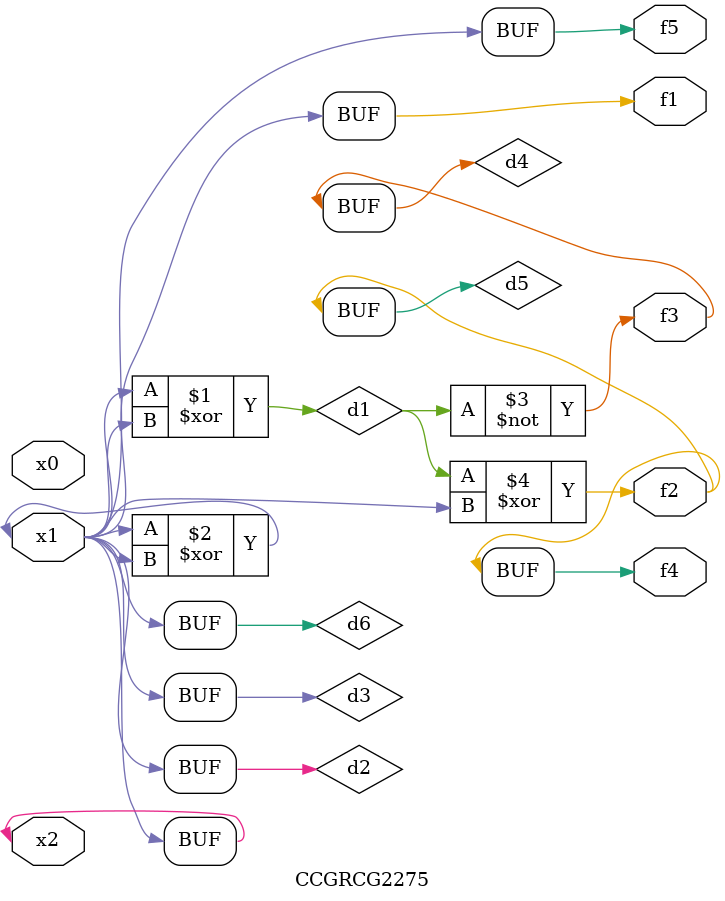
<source format=v>
module CCGRCG2275(
	input x0, x1, x2,
	output f1, f2, f3, f4, f5
);

	wire d1, d2, d3, d4, d5, d6;

	xor (d1, x1, x2);
	buf (d2, x1, x2);
	xor (d3, x1, x2);
	nor (d4, d1);
	xor (d5, d1, d2);
	buf (d6, d2, d3);
	assign f1 = d6;
	assign f2 = d5;
	assign f3 = d4;
	assign f4 = d5;
	assign f5 = d6;
endmodule

</source>
